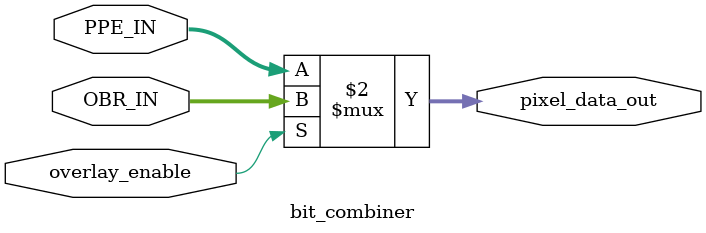
<source format=v>
module bit_combiner(
	input [23:0] PPE_IN, 			// Pixel Processing Engine
	input [23:0] OBR_IN,				// Overlay Bit Repeater

	input overlay_enable,			// set this enable when you want this exact pixel produce an overlay
	
	output [23:0] pixel_data_out	// output pixel colour value
);

assign pixel_data_out = (overlay_enable == 1'b1) ? OBR_IN : PPE_IN; //conditinal assignment

endmodule
</source>
